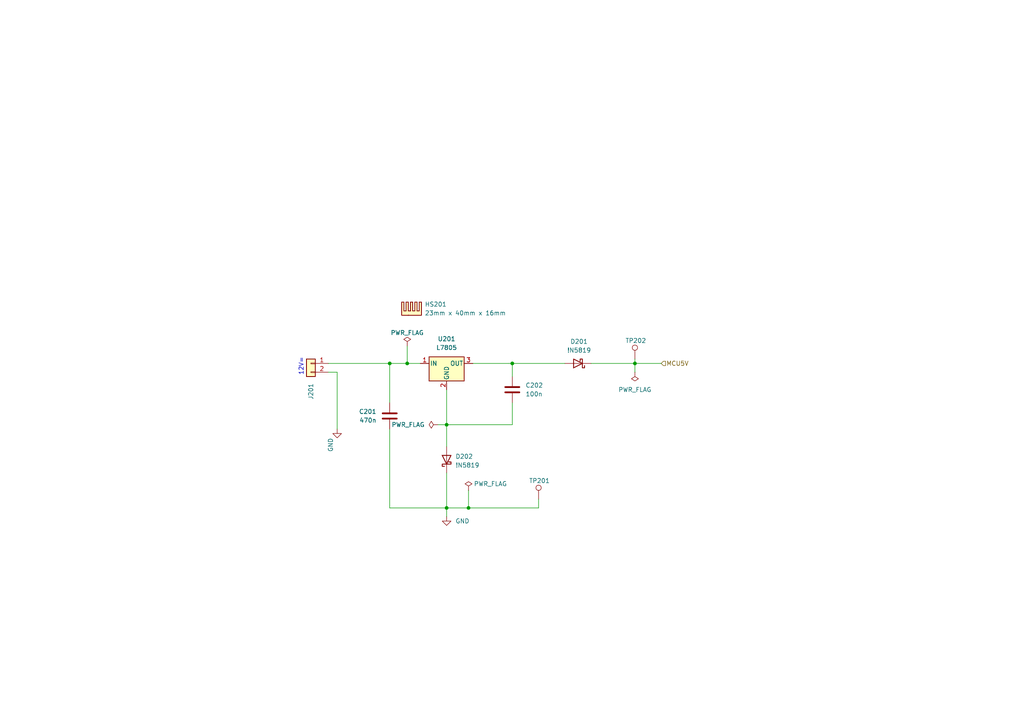
<source format=kicad_sch>
(kicad_sch (version 20250114) (generator "eeschema") (generator_version "9.0")
  (paper "A4")
  (lib_symbols
    (symbol "Connector:TestPoint" (pin_numbers (hide yes)) (pin_names (offset 0.762) (hide yes))
      (property "Reference" "TP" (at 0 6.858 0))
      (property "Value" "TestPoint" (at 0 5.08 0))
      (symbol "TestPoint_0_1"
        (circle (center 0 3.302) (radius 0.762))
      )
      (symbol "TestPoint_1_1"
        (pin passive line (at 0 0 90) (length 2.54) (name "1") (number "1"))
      )
    )
    (symbol "Connector_Generic:Conn_01x02" (pin_names (offset 1.016) (hide yes))
      (property "Reference" "J" (at 0 2.54 0))
      (property "Value" "Conn_01x02" (at 0 -5.08 0))
      (symbol "Conn_01x02_1_1"
        (rectangle (start -1.27 1.27) (end 1.27 -3.81) (stroke (width 0.254)) (fill (type background)))
        (rectangle (start -1.27 0.127) (end 0 -0.127) (stroke (width 0.1524)))
        (rectangle (start -1.27 -2.413) (end 0 -2.667) (stroke (width 0.1524)))
        (pin passive line (at -5.08 0 0) (length 3.81) (name "Pin_1") (number "1"))
        (pin passive line (at -5.08 -2.54 0) (length 3.81) (name "Pin_2") (number "2"))
      )
    )
    (symbol "Device:C" (pin_numbers (hide yes)) (pin_names (offset 0.254))
      (property "Reference" "C" (at 0.635 2.54 0))
      (property "Value" "C" (at 0.635 -2.54 0))
      (symbol "C_0_1"
        (polyline (pts (xy -2.032 0.762) (xy 2.032 0.762)) (stroke (width 0.508)))
        (polyline (pts (xy -2.032 -0.762) (xy 2.032 -0.762)) (stroke (width 0.508)))
      )
      (symbol "C_1_1"
        (pin passive line (at 0 3.81 270) (length 2.794) (name "~") (number "1"))
        (pin passive line (at 0 -3.81 90) (length 2.794) (name "~") (number "2"))
      )
    )
    (symbol "Device:D_Schottky" (pin_numbers (hide yes)) (pin_names (offset 1.016) (hide yes))
      (property "Reference" "D" (at 0 2.54 0))
      (property "Value" "D_Schottky" (at 0 -2.54 0))
      (symbol "D_Schottky_0_1"
        (polyline (pts (xy -1.905 0.635) (xy -1.905 1.27) (xy -1.27 1.27) (xy -1.27 -1.27) (xy -0.635 -1.27) (xy -0.635 -0.635)) (stroke (width 0.254)))
        (polyline (pts (xy 1.27 1.27) (xy 1.27 -1.27) (xy -1.27 0) (xy 1.27 1.27)) (stroke (width 0.254)))
        (polyline (pts (xy 1.27 0) (xy -1.27 0)))
      )
      (symbol "D_Schottky_1_1"
        (pin passive line (at -3.81 0 0) (length 2.54) (name "K") (number "1"))
        (pin passive line (at 3.81 0 180) (length 2.54) (name "A") (number "2"))
      )
    )
    (symbol "GND_1" (power) (pin_numbers (hide yes)) (pin_names (offset 0) (hide yes))
      (property "Value" "GND" (at 0 -3.81 0))
      (symbol "GND_1_0_1"
        (polyline (pts (xy 0 0) (xy 0 -1.27) (xy 1.27 -1.27) (xy 0 -2.54) (xy -1.27 -1.27) (xy 0 -1.27)))
      )
      (symbol "GND_1_1_1"
        (pin power_in line (at 0 0 270) (length 0) (name "~") (number "1"))
      )
    )
    (symbol "GND_2" (power) (pin_numbers (hide yes)) (pin_names (offset 0) (hide yes))
      (property "Value" "GND" (at 0 -3.81 0))
      (symbol "GND_2_0_1"
        (polyline (pts (xy 0 0) (xy 0 -1.27) (xy 1.27 -1.27) (xy 0 -2.54) (xy -1.27 -1.27) (xy 0 -1.27)))
      )
      (symbol "GND_2_1_1"
        (pin power_in line (at 0 0 270) (length 0) (name "~") (number "1"))
      )
    )
    (symbol "Mechanical:Heatsink" (pin_names (offset 1.016)) (exclude_from_sim yes)
      (property "Reference" "HS" (at 0 5.08 0))
      (property "Value" "Heatsink" (at 0 -1.27 0))
      (symbol "Heatsink_0_1"
        (polyline (pts (xy -0.3302 1.27) (xy -0.9652 1.27) (xy -0.9652 3.81) (xy -1.6002 3.81) (xy -1.6002 1.27) (xy -2.2352 1.27) (xy -2.2352 3.81) (xy -2.8702 3.81) (xy -2.8702 0) (xy -0.9652 0)) (stroke (width 0.254)) (fill (type background)))
        (polyline (pts (xy -0.3302 1.27) (xy -0.3302 3.81) (xy 0.3048 3.81) (xy 0.3048 1.27) (xy 0.9398 1.27) (xy 0.9398 3.81) (xy 1.5748 3.81) (xy 1.5748 1.27) (xy 2.2098 1.27) (xy 2.2098 3.81) (xy 2.8448 3.81) (xy 2.8448 0) (xy -0.9652 0)) (stroke (width 0.254)) (fill (type background)))
      )
    )
    (symbol "PWR_FLAG_1" (power) (pin_numbers (hide yes)) (pin_names (offset 0) (hide yes))
      (property "Value" "PWR_FLAG" (at 0 3.81 0))
      (symbol "PWR_FLAG_1_0_0"
        (pin power_out line (at 0 0 90) (length 0) (name "~") (number "1"))
      )
      (symbol "PWR_FLAG_1_0_1"
        (polyline (pts (xy 0 0) (xy 0 1.27) (xy -1.016 1.905) (xy 0 2.54) (xy 1.016 1.905) (xy 0 1.27)))
      )
    )
    (symbol "PWR_FLAG_2" (power) (pin_numbers (hide yes)) (pin_names (offset 0) (hide yes))
      (property "Value" "PWR_FLAG" (at 0 3.81 0))
      (symbol "PWR_FLAG_2_0_0"
        (pin power_out line (at 0 0 90) (length 0) (name "~") (number "1"))
      )
      (symbol "PWR_FLAG_2_0_1"
        (polyline (pts (xy 0 0) (xy 0 1.27) (xy -1.016 1.905) (xy 0 2.54) (xy 1.016 1.905) (xy 0 1.27)))
      )
    )
    (symbol "Regulator_Linear:L7805" (pin_names (offset 0.254))
      (property "Reference" "U" (at -3.81 3.175 0))
      (property "Value" "L7805" (at 0 3.175 0))
      (symbol "L7805_0_1"
        (rectangle (start -5.08 1.905) (end 5.08 -5.08) (stroke (width 0.254)) (fill (type background)))
      )
      (symbol "L7805_1_1"
        (pin power_in line (at -7.62 0 0) (length 2.54) (name "IN") (number "1"))
        (pin power_in line (at 0 -7.62 90) (length 2.54) (name "GND") (number "2"))
        (pin power_out line (at 7.62 0 180) (length 2.54) (name "OUT") (number "3"))
      )
    )
  )
  (bus_alias "USB" (members "3V3" "GND"))
  (text "12V=" (at 88.138 108.966 90) (effects (font (size 1.27 1.27)) (justify left bottom)))
  (junction (at 118.11 105.41))
  (junction (at 148.59 105.41))
  (junction (at 129.54 123.19))
  (junction (at 184.15 105.41))
  (junction (at 129.54 147.32))
  (junction (at 113.03 105.41))
  (junction (at 135.89 147.32))
  (wire (pts (xy 97.79 107.95) (xy 97.79 124.46)))
  (wire (pts (xy 184.15 105.41) (xy 184.15 107.95)))
  (wire (pts (xy 148.59 123.19) (xy 148.59 116.84)))
  (wire (pts (xy 129.54 147.32) (xy 129.54 149.86)))
  (wire (pts (xy 95.25 105.41) (xy 113.03 105.41)))
  (wire (pts (xy 129.54 113.03) (xy 129.54 123.19)))
  (wire (pts (xy 184.15 104.14) (xy 184.15 105.41)))
  (wire (pts (xy 129.54 123.19) (xy 129.54 129.54)))
  (wire (pts (xy 148.59 105.41) (xy 148.59 109.22)))
  (wire (pts (xy 113.03 124.46) (xy 113.03 147.32)))
  (wire (pts (xy 129.54 137.16) (xy 129.54 147.32)))
  (wire (pts (xy 156.21 147.32) (xy 156.21 144.78)))
  (wire (pts (xy 118.11 105.41) (xy 121.92 105.41)))
  (wire (pts (xy 148.59 105.41) (xy 163.83 105.41)))
  (wire (pts (xy 129.54 123.19) (xy 148.59 123.19)))
  (wire (pts (xy 113.03 147.32) (xy 129.54 147.32)))
  (wire (pts (xy 118.11 100.33) (xy 118.11 105.41)))
  (wire (pts (xy 135.89 147.32) (xy 156.21 147.32)))
  (wire (pts (xy 171.45 105.41) (xy 184.15 105.41)))
  (wire (pts (xy 129.54 147.32) (xy 135.89 147.32)))
  (wire (pts (xy 95.25 107.95) (xy 97.79 107.95)))
  (wire (pts (xy 113.03 105.41) (xy 118.11 105.41)))
  (wire (pts (xy 184.15 105.41) (xy 191.77 105.41)))
  (wire (pts (xy 135.89 142.24) (xy 135.89 147.32)))
  (wire (pts (xy 113.03 105.41) (xy 113.03 116.84)))
  (wire (pts (xy 137.16 105.41) (xy 148.59 105.41)))
  (wire (pts (xy 127 123.19) (xy 129.54 123.19)))
  (hierarchical_label "MCU5V" (shape input) (at 191.77 105.41 0))
  (symbol (lib_id "Connector:TestPoint") (at 156.21 144.78 0) (unit 1)
    (property "Reference" "TP201" (at 153.416 139.446 0) (effects (justify left)))
    (property "Value" "TestPoint" (effects (hide yes)))
    (property "Footprint" "TestPoint:TestPoint_Loop_D1.80mm_Drill1.0mm_Beaded" (effects (hide yes)))
    (property "Description" "test point" (effects (hide yes)))
  )
  (symbol (lib_id "Device:D_Schottky") (at 167.64 105.41 180) (unit 1)
    (property "Reference" "D201" (at 167.9575 99.06 0))
    (property "Value" "!N5819" (at 167.9575 101.6 0))
    (property "Footprint" "Diode_THT:D_DO-41_SOD81_P10.16mm_Horizontal" (effects (hide yes)))
    (property "Description" "Schottky diode" (effects (hide yes)))
  )
  (symbol (lib_id "Regulator_Linear:L7805") (at 129.54 105.41 0) (unit 1)
    (property "Reference" "U201" (at 129.54 98.298 0))
    (property "Value" "L7805" (at 129.54 100.838 0))
    (property "Footprint" "Package_TO_SOT_THT:TO-220-3_Horizontal_TabUp" (effects (hide yes)))
    (property "Datasheet" "http://www.st.com/content/ccc/resource/technical/document/datasheet/41/4f/b3/b0/12/d4/47/88/CD00000444.pdf/files/CD00000444.pdf/jcr:content/translations/en.CD00000444.pdf" (effects (hide yes)))
  )
  (symbol (lib_id "Device:C") (at 113.03 120.65 0) (mirror y) (unit 1)
    (property "Reference" "C201" (at 109.22 119.3799 0) (effects (justify left)))
    (property "Value" "470n" (at 109.22 121.9199 0) (effects (justify left)))
    (property "Footprint" "Capacitor_THT:C_Disc_D5.0mm_W2.5mm_P5.00mm" (effects (hide yes)))
    (property "LCSC" "C5139492" (effects (hide yes)))
    (property "LCSC_E" "B" (effects (hide yes)))
  )
  (symbol (lib_id "Mechanical:Heatsink") (at 119.38 91.44 0) (unit 1) (exclude_from_sim yes)
    (property "Reference" "HS201" (at 123.19 88.2649 0) (effects (justify left)))
    (property "Value" "23mm x 40mm x 16mm" (at 123.19 90.8049 0) (effects (justify left)))
    (property "Footprint" "KiCad_modulesFP:Heatsink_TO220_23mmX40mm" (effects (hide yes)))
    (property "Description" "Heatsink" (effects (hide yes)))
  )
  (symbol (lib_name "GND_1") (lib_id "power:GND") (at 97.79 124.46 0) (mirror y) (unit 1)
    (property "Reference" "#PWR0201" (effects (hide yes)))
    (property "Value" "GND" (at 95.885 127 90) (effects (justify right)))
    (property "Description" "Power symbol creates a global label with name \"GND\" , ground" (effects (hide yes)))
  )
  (symbol (lib_name "PWR_FLAG_1") (lib_id "power:PWR_FLAG") (at 135.89 142.24 0) (mirror y) (unit 1)
    (property "Reference" "#FLG0204" (effects (hide yes)))
    (property "Value" "PWR_FLAG" (at 142.24 140.335 0))
    (property "Description" "Special symbol for telling ERC where power comes from" (effects (hide yes)))
  )
  (symbol (lib_id "Device:D_Schottky") (at 129.54 133.35 90) (unit 1)
    (property "Reference" "D202" (at 132.08 132.3974 90) (effects (justify right)))
    (property "Value" "!N5819" (at 132.08 134.9374 90) (effects (justify right)))
    (property "Footprint" "Diode_THT:D_DO-41_SOD81_P10.16mm_Horizontal" (effects (hide yes)))
    (property "Description" "Schottky diode" (effects (hide yes)))
  )
  (symbol (lib_name "PWR_FLAG_2") (lib_id "power:PWR_FLAG") (at 118.11 100.33 0) (unit 1)
    (property "Reference" "#FLG0202" (effects (hide yes)))
    (property "Value" "PWR_FLAG" (at 118.11 96.52 0))
    (property "Description" "Special symbol for telling ERC where power comes from" (effects (hide yes)))
  )
  (symbol (lib_name "GND_2") (lib_id "power:GND") (at 129.54 149.86 0) (unit 1)
    (property "Reference" "#PWR0202" (effects (hide yes)))
    (property "Value" "GND" (at 132.08 151.1299 0) (effects (justify left)))
    (property "Description" "Power symbol creates a global label with name \"GND\" , ground" (effects (hide yes)))
  )
  (symbol (lib_id "Connector:TestPoint") (at 184.15 104.14 0) (unit 1)
    (property "Reference" "TP202" (at 181.356 98.806 0) (effects (justify left)))
    (property "Value" "TestPoint" (effects (hide yes)))
    (property "Footprint" "TestPoint:TestPoint_Loop_D1.80mm_Drill1.0mm_Beaded" (effects (hide yes)))
    (property "Description" "test point" (effects (hide yes)))
  )
  (symbol (lib_name "PWR_FLAG_2") (lib_id "power:PWR_FLAG") (at 127 123.19 90) (unit 1)
    (property "Reference" "#FLG0201" (effects (hide yes)))
    (property "Value" "PWR_FLAG" (at 123.19 123.1899 90) (effects (justify left)))
    (property "Description" "Special symbol for telling ERC where power comes from" (effects (hide yes)))
  )
  (symbol (lib_name "PWR_FLAG_2") (lib_id "power:PWR_FLAG") (at 184.15 107.95 180) (unit 1)
    (property "Reference" "#FLG0203" (effects (hide yes)))
    (property "Value" "PWR_FLAG" (at 184.15 113.03 0))
    (property "Description" "Special symbol for telling ERC where power comes from" (effects (hide yes)))
  )
  (symbol (lib_id "Device:C") (at 148.59 113.03 0) (unit 1)
    (property "Reference" "C202" (at 152.4 111.7599 0) (effects (justify left)))
    (property "Value" "100n" (at 152.4 114.2999 0) (effects (justify left)))
    (property "Footprint" "Capacitor_THT:C_Disc_D5.0mm_W2.5mm_P5.00mm" (effects (hide yes)))
    (property "LCSC" "C13967" (effects (hide yes)))
    (property "LCSC_E" "B" (effects (hide yes)))
  )
  (symbol (lib_id "Connector_Generic:Conn_01x02") (at 90.17 105.41 0) (mirror y) (unit 1)
    (property "Reference" "J201" (at 90.1699 111.125 90) (effects (justify right)))
    (property "Value" "Conn_01x02" (effects (hide yes)))
    (property "Footprint" "Connector_JST:JST_EH_S2B-EH_1x02_P2.50mm_Horizontal" (effects (hide yes)))
  )
)
</source>
